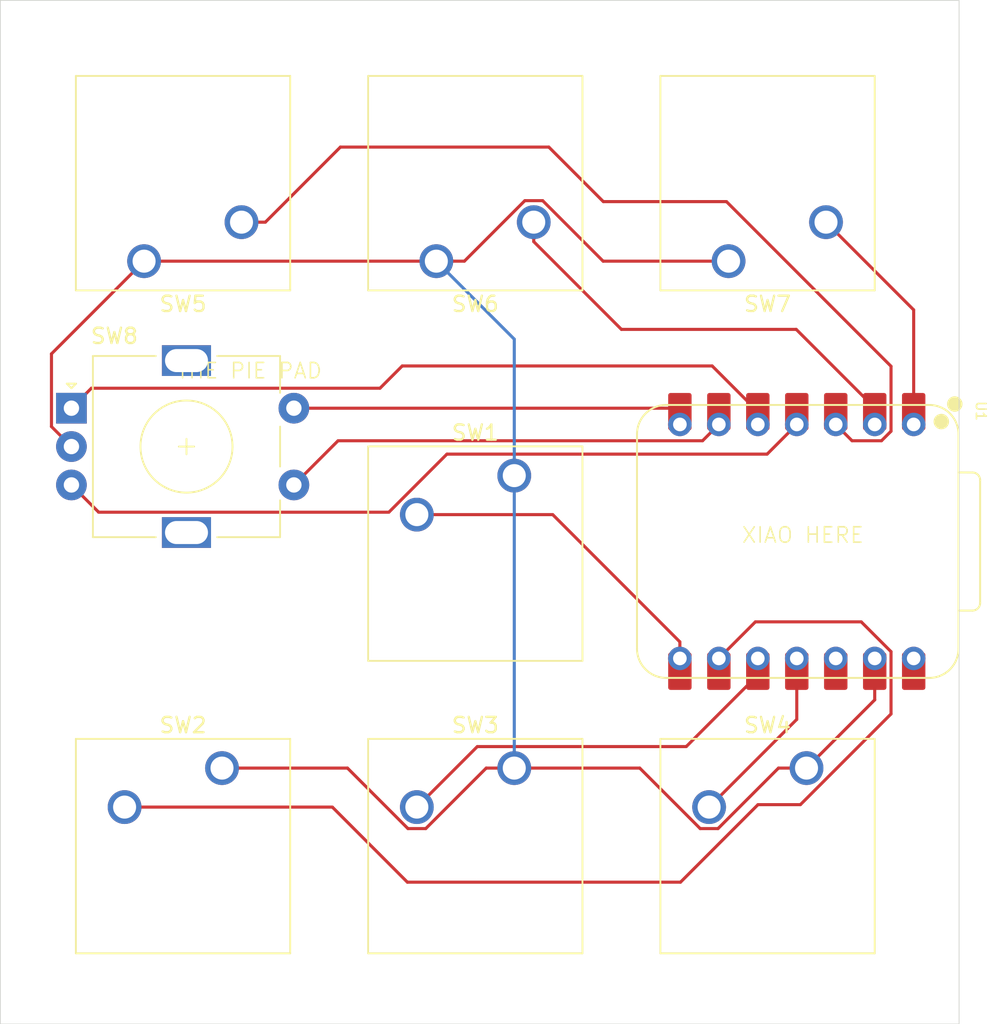
<source format=kicad_pcb>
(kicad_pcb (version 20241229) (generator "pcbnew") (generator_version "9.0")
  (layers (0 "F.Cu" signal) (2 "B.Cu" signal) (13 "F.Paste" user) (15 "B.Paste" user) (5 "F.SilkS" user "F.Silkscreen") (7 "B.SilkS" user "B.Silkscreen") (1 "F.Mask" user) (3 "B.Mask" user) (25 "Edge.Cuts" user))
  (net 0 "")
  (net 1 "+5V")
  (net 2 "GND")
  (net 3 "Net-(U1-GPIO1{slash}RX)")
  (net 4 "Net-(U1-GPIO2{slash}SCK)")
  (net 5 "Net-(U1-GPIO4{slash}MISO)")
  (net 6 "Net-(U1-GPIO3{slash}MOSI)")
  (net 7 "Net-(U1-GPIO29{slash}ADC3{slash}A3)")
  (net 8 "Net-(U1-GPIO7{slash}SCL)")
  (net 9 "Net-(U1-GPIO28{slash}ADC2{slash}A2)")
  (net 10 "Net-(U1-GPIO27{slash}ADC1{slash}A1)")
  (net 11 "Net-(U1-GPIO26{slash}ADC0{slash}A0)")
  (net 13 "Net-(U1-GPIO6{slash}SDA)")
  (net 14 "Net-(U1-GPIO0{slash}TX)")
  (footprint "Button_Switch_Keyboard:SW_Cherry_MX_1.00u_PCB" (layer "F.Cu") (at 114.14125 88.42375 180)
    (property "Reference" "SW5" (at -2.54 -2.794 0) (layer "F.SilkS"))
    (property "Value" "SW_Push")
    (fp_line (start 4.445 12.065) (end -9.525 12.065) (stroke (width 0.12)) (layer "F.SilkS"))
    (fp_line (start 4.445 -1.905) (end 4.445 12.065) (stroke (width 0.12)) (layer "F.SilkS"))
    (fp_line (start -9.525 12.065) (end -9.525 -1.905) (stroke (width 0.12)) (layer "F.SilkS"))
    (fp_line (start -9.525 -1.905) (end 4.445 -1.905) (stroke (width 0.12)) (layer "F.SilkS"))
    (pad "" np_thru_hole circle (at -7.62 5.08 180) (size 1.7 1.7) (drill 1.7) (layers "*.Cu" "*.Mask"))
    (pad "" np_thru_hole circle (at -2.54 5.08 180) (size 4 4) (drill 4) (layers "*.Cu" "*.Mask"))
    (pad "" np_thru_hole circle (at 2.54 5.08 180) (size 1.7 1.7) (drill 1.7) (layers "*.Cu" "*.Mask"))
    (pad "1" thru_hole circle (at 0 0 180) (size 2.2 2.2) (drill 1.5) (layers "*.Cu" "*.Mask") (net 2 "GND"))
    (pad "2" thru_hole circle (at -6.35 2.54 180) (size 2.2 2.2) (drill 1.5) (layers "*.Cu" "*.Mask") (net 9 "Net-(U1-GPIO28{slash}ADC2{slash}A2)"))
  )
  (footprint "OPL:XIAO-RP2040-DIP" (layer "F.Cu") (at 156.68625 106.68 -90)
    (property "Reference" "U1" (at -8.5 -12 270) (layer "F.SilkS") (effects (font (size 0.635 0.635) (thickness 0.1016))))
    (property "Value" "XIAO-RP2040-DIP")
    (fp_line (start -6.985 10.414) (end 6.985 10.414) (stroke (width 0.127)) (layer "F.SilkS"))
    (fp_line (start -8.89 8.509) (end -8.89 -8.636) (stroke (width 0.127)) (layer "F.SilkS"))
    (fp_line (start 8.89 8.509) (end 8.89 -8.636) (stroke (width 0.127)) (layer "F.SilkS"))
    (fp_line (start -4.495 -10.541) (end -4.491272 -11.451272) (stroke (width 0.127)) (layer "F.SilkS"))
    (fp_line (start 6.985 -10.541) (end -6.985 -10.541) (stroke (width 0.1)) (layer "F.SilkS"))
    (fp_line (start 6.985 -10.541) (end -6.985 -10.541) (stroke (width 0.127)) (layer "F.SilkS"))
    (fp_line (start 4.504 -11.451) (end 4.504 -10.541) (stroke (width 0.127)) (layer "F.SilkS"))
    (fp_line (start -3.991272 -11.951) (end 4.004 -11.951) (stroke (width 0.127)) (layer "F.SilkS"))
    (fp_arc (start -6.985 10.414) (mid -8.332038 9.856038) (end -8.89 8.509) (stroke (width 0.127)) (layer "F.SilkS"))
    (fp_arc (start 8.89 8.509) (mid 8.332038 9.856038) (end 6.985 10.414) (stroke (width 0.127)) (layer "F.SilkS"))
    (fp_arc (start -8.89 -8.636) (mid -8.332038 -9.983038) (end -6.985 -10.541) (stroke (width 0.127)) (layer "F.SilkS"))
    (fp_arc (start 6.985 -10.541) (mid 8.332038 -9.983038) (end 8.89 -8.636) (stroke (width 0.127)) (layer "F.SilkS"))
    (fp_arc (start -4.491272 -11.451272) (mid -4.344728 -11.80464) (end -3.991272 -11.951) (stroke (width 0.127)) (layer "F.SilkS"))
    (fp_arc (start 4.004 -11.951) (mid 4.357553 -11.804553) (end 4.504 -11.451) (stroke (width 0.127)) (layer "F.SilkS"))
    (fp_circle (center -7.807 -9.42) (end -7.807 -9.674) (stroke (width 0.5)) (fill yes) (layer "F.SilkS"))
    (fp_circle (center -8.95 -10.3) (end -8.95 -10.554) (stroke (width 0.5)) (fill yes) (layer "F.SilkS"))
    (pad "1" smd roundrect (at -8.455 -7.62 90) (size 2.432 1.524) (layers "F.Cu" "F.Mask") (roundrect_rratio 0.1) (net 11 "Net-(U1-GPIO26{slash}ADC0{slash}A0)"))
    (pad "1" thru_hole circle (at -7.62 -7.62 90) (size 1.524 1.524) (drill 0.889) (layers "*.Cu" "*.Mask") (net 11 "Net-(U1-GPIO26{slash}ADC0{slash}A0)"))
    (pad "2" smd roundrect (at -8.455 -5.08 90) (size 2.432 1.524) (layers "F.Cu" "F.Mask") (roundrect_rratio 0.1) (net 10 "Net-(U1-GPIO27{slash}ADC1{slash}A1)"))
    (pad "2" thru_hole circle (at -7.62 -5.08 90) (size 1.524 1.524) (drill 0.889) (layers "*.Cu" "*.Mask") (net 10 "Net-(U1-GPIO27{slash}ADC1{slash}A1)"))
    (pad "3" smd roundrect (at -8.455 -2.54 90) (size 2.432 1.524) (layers "F.Cu" "F.Mask") (roundrect_rratio 0.1) (net 9 "Net-(U1-GPIO28{slash}ADC2{slash}A2)"))
    (pad "3" thru_hole circle (at -7.62 -2.54 90) (size 1.524 1.524) (drill 0.889) (layers "*.Cu" "*.Mask") (net 9 "Net-(U1-GPIO28{slash}ADC2{slash}A2)"))
    (pad "4" smd roundrect (at -8.455 0 90) (size 2.432 1.524) (layers "F.Cu" "F.Mask") (roundrect_rratio 0.1) (net 7 "Net-(U1-GPIO29{slash}ADC3{slash}A3)"))
    (pad "4" thru_hole circle (at -7.62 0 90) (size 1.524 1.524) (drill 0.889) (layers "*.Cu" "*.Mask") (net 7 "Net-(U1-GPIO29{slash}ADC3{slash}A3)"))
    (pad "5" smd roundrect (at -8.455 2.54 90) (size 2.432 1.524) (layers "F.Cu" "F.Mask") (roundrect_rratio 0.1) (net 13 "Net-(U1-GPIO6{slash}SDA)"))
    (pad "5" thru_hole circle (at -7.62 2.54 90) (size 1.524 1.524) (drill 0.889) (layers "*.Cu" "*.Mask") (net 13 "Net-(U1-GPIO6{slash}SDA)"))
    (pad "6" smd roundrect (at -8.455 5.08 90) (size 2.432 1.524) (layers "F.Cu" "F.Mask") (roundrect_rratio 0.1) (net 8 "Net-(U1-GPIO7{slash}SCL)"))
    (pad "6" thru_hole circle (at -7.62 5.08 90) (size 1.524 1.524) (drill 0.889) (layers "*.Cu" "*.Mask") (net 8 "Net-(U1-GPIO7{slash}SCL)"))
    (pad "7" smd roundrect (at -8.455 7.62 90) (size 2.432 1.524) (layers "F.Cu" "F.Mask") (roundrect_rratio 0.1) (net 14 "Net-(U1-GPIO0{slash}TX)"))
    (pad "7" thru_hole circle (at -7.62 7.62 90) (size 1.524 1.524) (drill 0.889) (layers "*.Cu" "*.Mask") (net 14 "Net-(U1-GPIO0{slash}TX)"))
    (pad "8" thru_hole circle (at 7.62 7.62 270) (size 1.524 1.524) (drill 0.889) (layers "*.Cu" "*.Mask") (net 3 "Net-(U1-GPIO1{slash}RX)"))
    (pad "8" smd roundrect (at 8.455 7.62 270) (size 2.432 1.524) (layers "F.Cu" "F.Mask") (roundrect_rratio 0.1) (net 3 "Net-(U1-GPIO1{slash}RX)"))
    (pad "9" thru_hole circle (at 7.62 5.08 270) (size 1.524 1.524) (drill 0.889) (layers "*.Cu" "*.Mask") (net 4 "Net-(U1-GPIO2{slash}SCK)"))
    (pad "9" smd roundrect (at 8.455 5.08 270) (size 2.432 1.524) (layers "F.Cu" "F.Mask") (roundrect_rratio 0.1) (net 4 "Net-(U1-GPIO2{slash}SCK)"))
    (pad "10" thru_hole circle (at 7.62 2.54 270) (size 1.524 1.524) (drill 0.889) (layers "*.Cu" "*.Mask") (net 5 "Net-(U1-GPIO4{slash}MISO)"))
    (pad "10" smd roundrect (at 8.455 2.54 270) (size 2.432 1.524) (layers "F.Cu" "F.Mask") (roundrect_rratio 0.1) (net 5 "Net-(U1-GPIO4{slash}MISO)"))
    (pad "11" thru_hole circle (at 7.62 0 270) (size 1.524 1.524) (drill 0.889) (layers "*.Cu" "*.Mask") (net 6 "Net-(U1-GPIO3{slash}MOSI)"))
    (pad "11" smd roundrect (at 8.455 0 270) (size 2.432 1.524) (layers "F.Cu" "F.Mask") (roundrect_rratio 0.1) (net 6 "Net-(U1-GPIO3{slash}MOSI)"))
    (pad "12" thru_hole circle (at 7.62 -2.54 270) (size 1.524 1.524) (drill 0.889) (layers "*.Cu" "*.Mask"))
    (pad "12" smd roundrect (at 8.455 -2.54 270) (size 2.432 1.524) (layers "F.Cu" "F.Mask") (roundrect_rratio 0.1))
    (pad "13" thru_hole circle (at 7.62 -5.08 270) (size 1.524 1.524) (drill 0.889) (layers "*.Cu" "*.Mask") (net 2 "GND"))
    (pad "13" smd roundrect (at 8.455 -5.08 270) (size 2.432 1.524) (layers "F.Cu" "F.Mask") (roundrect_rratio 0.1) (net 2 "GND"))
    (pad "14" thru_hole circle (at 7.62 -7.62 270) (size 1.524 1.524) (drill 0.889) (layers "*.Cu" "*.Mask") (net 1 "+5V"))
    (pad "14" smd roundrect (at 8.455 -7.62 270) (size 2.432 1.524) (layers "F.Cu" "F.Mask") (roundrect_rratio 0.1) (net 1 "+5V"))
  )
  (footprint "Button_Switch_Keyboard:SW_Cherry_MX_1.00u_PCB" (layer "F.Cu") (at 138.27125 121.44375)
    (property "Reference" "SW3" (at -2.54 -2.794 0) (layer "F.SilkS"))
    (property "Value" "SW_Push")
    (fp_line (start -9.525 -1.905) (end 4.445 -1.905) (stroke (width 0.12)) (layer "F.SilkS"))
    (fp_line (start -9.525 12.065) (end -9.525 -1.905) (stroke (width 0.12)) (layer "F.SilkS"))
    (fp_line (start 4.445 -1.905) (end 4.445 12.065) (stroke (width 0.12)) (layer "F.SilkS"))
    (fp_line (start 4.445 12.065) (end -9.525 12.065) (stroke (width 0.12)) (layer "F.SilkS"))
    (pad "" np_thru_hole circle (at -7.62 5.08) (size 1.7 1.7) (drill 1.7) (layers "*.Cu" "*.Mask"))
    (pad "" np_thru_hole circle (at -2.54 5.08) (size 4 4) (drill 4) (layers "*.Cu" "*.Mask"))
    (pad "" np_thru_hole circle (at 2.54 5.08) (size 1.7 1.7) (drill 1.7) (layers "*.Cu" "*.Mask"))
    (pad "1" thru_hole circle (at 0 0) (size 2.2 2.2) (drill 1.5) (layers "*.Cu" "*.Mask") (net 2 "GND"))
    (pad "2" thru_hole circle (at -6.35 2.54) (size 2.2 2.2) (drill 1.5) (layers "*.Cu" "*.Mask") (net 5 "Net-(U1-GPIO4{slash}MISO)"))
  )
  (footprint "Button_Switch_Keyboard:SW_Cherry_MX_1.00u_PCB" (layer "F.Cu") (at 119.22125 121.44375)
    (property "Reference" "SW2" (at -2.54 -2.794 0) (layer "F.SilkS"))
    (property "Value" "SW_Push")
    (fp_line (start -9.525 -1.905) (end 4.445 -1.905) (stroke (width 0.12)) (layer "F.SilkS"))
    (fp_line (start -9.525 12.065) (end -9.525 -1.905) (stroke (width 0.12)) (layer "F.SilkS"))
    (fp_line (start 4.445 -1.905) (end 4.445 12.065) (stroke (width 0.12)) (layer "F.SilkS"))
    (fp_line (start 4.445 12.065) (end -9.525 12.065) (stroke (width 0.12)) (layer "F.SilkS"))
    (pad "" np_thru_hole circle (at -7.62 5.08) (size 1.7 1.7) (drill 1.7) (layers "*.Cu" "*.Mask"))
    (pad "" np_thru_hole circle (at -2.54 5.08) (size 4 4) (drill 4) (layers "*.Cu" "*.Mask"))
    (pad "" np_thru_hole circle (at 2.54 5.08) (size 1.7 1.7) (drill 1.7) (layers "*.Cu" "*.Mask"))
    (pad "1" thru_hole circle (at 0 0) (size 2.2 2.2) (drill 1.5) (layers "*.Cu" "*.Mask") (net 2 "GND"))
    (pad "2" thru_hole circle (at -6.35 2.54) (size 2.2 2.2) (drill 1.5) (layers "*.Cu" "*.Mask") (net 4 "Net-(U1-GPIO2{slash}SCK)"))
  )
  (footprint "Button_Switch_Keyboard:SW_Cherry_MX_1.00u_PCB" (layer "F.Cu") (at 157.32125 121.44375)
    (property "Reference" "SW4" (at -2.54 -2.794 0) (layer "F.SilkS"))
    (property "Value" "SW_Push")
    (fp_line (start -9.525 -1.905) (end 4.445 -1.905) (stroke (width 0.12)) (layer "F.SilkS"))
    (fp_line (start -9.525 12.065) (end -9.525 -1.905) (stroke (width 0.12)) (layer "F.SilkS"))
    (fp_line (start 4.445 -1.905) (end 4.445 12.065) (stroke (width 0.12)) (layer "F.SilkS"))
    (fp_line (start 4.445 12.065) (end -9.525 12.065) (stroke (width 0.12)) (layer "F.SilkS"))
    (pad "" np_thru_hole circle (at -7.62 5.08) (size 1.7 1.7) (drill 1.7) (layers "*.Cu" "*.Mask"))
    (pad "" np_thru_hole circle (at -2.54 5.08) (size 4 4) (drill 4) (layers "*.Cu" "*.Mask"))
    (pad "" np_thru_hole circle (at 2.54 5.08) (size 1.7 1.7) (drill 1.7) (layers "*.Cu" "*.Mask"))
    (pad "1" thru_hole circle (at 0 0) (size 2.2 2.2) (drill 1.5) (layers "*.Cu" "*.Mask") (net 2 "GND"))
    (pad "2" thru_hole circle (at -6.35 2.54) (size 2.2 2.2) (drill 1.5) (layers "*.Cu" "*.Mask") (net 6 "Net-(U1-GPIO3{slash}MOSI)"))
  )
  (footprint "Rotary_Encoder:RotaryEncoder_Alps_EC11E-Switch_Vertical_H20mm" (layer "F.Cu") (at 109.405902 98.000525)
    (property "Reference" "SW8" (at 2.8 -4.7 0) (layer "F.SilkS"))
    (property "Value" "RotaryEncoder_Switch")
    (fp_line (start -0.3 -1.6) (end 0.3 -1.6) (stroke (width 0.12)) (layer "F.SilkS"))
    (fp_line (start 0 -1.3) (end -0.3 -1.6) (stroke (width 0.12)) (layer "F.SilkS"))
    (fp_line (start 0.3 -1.6) (end 0 -1.3) (stroke (width 0.12)) (layer "F.SilkS"))
    (fp_line (start 1.4 -3.4) (end 1.4 8.4) (stroke (width 0.12)) (layer "F.SilkS"))
    (fp_line (start 5.5 -3.4) (end 1.4 -3.4) (stroke (width 0.12)) (layer "F.SilkS"))
    (fp_line (start 5.5 8.4) (end 1.4 8.4) (stroke (width 0.12)) (layer "F.SilkS"))
    (fp_line (start 7 2.5) (end 8 2.5) (stroke (width 0.12)) (layer "F.SilkS"))
    (fp_line (start 7.5 2) (end 7.5 3) (stroke (width 0.12)) (layer "F.SilkS"))
    (fp_line (start 9.5 -3.4) (end 13.6 -3.4) (stroke (width 0.12)) (layer "F.SilkS"))
    (fp_line (start 13.6 -3.4) (end 13.6 -1) (stroke (width 0.12)) (layer "F.SilkS"))
    (fp_line (start 13.6 1.2) (end 13.6 3.8) (stroke (width 0.12)) (layer "F.SilkS"))
    (fp_line (start 13.6 6) (end 13.6 8.4) (stroke (width 0.12)) (layer "F.SilkS"))
    (fp_line (start 13.6 8.4) (end 9.5 8.4) (stroke (width 0.12)) (layer "F.SilkS"))
    (fp_circle (center 7.5 2.5) (end 10.5 2.5) (stroke (width 0.12)) (fill no) (layer "F.SilkS"))
    (pad "A" thru_hole rect (at 0 0) (size 2 2) (drill 1) (layers "*.Cu" "*.Mask") (net 13 "Net-(U1-GPIO6{slash}SDA)"))
    (pad "B" thru_hole circle (at 0 5) (size 2 2) (drill 1) (layers "*.Cu" "*.Mask") (net 7 "Net-(U1-GPIO29{slash}ADC3{slash}A3)"))
    (pad "C" thru_hole circle (at 0 2.5) (size 2 2) (drill 1) (layers "*.Cu" "*.Mask") (net 2 "GND"))
    (pad "MP" thru_hole rect (at 7.5 -3.1) (size 3.2 2) (drill oval 2.8 1.5) (layers "*.Cu" "*.Mask"))
    (pad "MP" thru_hole rect (at 7.5 8.1) (size 3.2 2) (drill oval 2.8 1.5) (layers "*.Cu" "*.Mask"))
    (pad "S1" thru_hole circle (at 14.5 5) (size 2 2) (drill 1) (layers "*.Cu" "*.Mask") (net 8 "Net-(U1-GPIO7{slash}SCL)"))
    (pad "S2" thru_hole circle (at 14.5 0) (size 2 2) (drill 1) (layers "*.Cu" "*.Mask") (net 14 "Net-(U1-GPIO0{slash}TX)"))
  )
  (footprint "Button_Switch_Keyboard:SW_Cherry_MX_1.00u_PCB" (layer "F.Cu") (at 133.19125 88.42375 180)
    (property "Reference" "SW6" (at -2.54 -2.794 0) (layer "F.SilkS"))
    (property "Value" "SW_Push")
    (fp_line (start 4.445 12.065) (end -9.525 12.065) (stroke (width 0.12)) (layer "F.SilkS"))
    (fp_line (start 4.445 -1.905) (end 4.445 12.065) (stroke (width 0.12)) (layer "F.SilkS"))
    (fp_line (start -9.525 12.065) (end -9.525 -1.905) (stroke (width 0.12)) (layer "F.SilkS"))
    (fp_line (start -9.525 -1.905) (end 4.445 -1.905) (stroke (width 0.12)) (layer "F.SilkS"))
    (pad "" np_thru_hole circle (at -7.62 5.08 180) (size 1.7 1.7) (drill 1.7) (layers "*.Cu" "*.Mask"))
    (pad "" np_thru_hole circle (at -2.54 5.08 180) (size 4 4) (drill 4) (layers "*.Cu" "*.Mask"))
    (pad "" np_thru_hole circle (at 2.54 5.08 180) (size 1.7 1.7) (drill 1.7) (layers "*.Cu" "*.Mask"))
    (pad "1" thru_hole circle (at 0 0 180) (size 2.2 2.2) (drill 1.5) (layers "*.Cu" "*.Mask") (net 2 "GND"))
    (pad "2" thru_hole circle (at -6.35 2.54 180) (size 2.2 2.2) (drill 1.5) (layers "*.Cu" "*.Mask") (net 10 "Net-(U1-GPIO27{slash}ADC1{slash}A1)"))
  )
  (footprint "Button_Switch_Keyboard:SW_Cherry_MX_1.00u_PCB" (layer "F.Cu") (at 138.27125 102.39375)
    (property "Reference" "SW1" (at -2.54 -2.794 0) (layer "F.SilkS"))
    (property "Value" "SW_Push")
    (fp_line (start -9.525 -1.905) (end 4.445 -1.905) (stroke (width 0.12)) (layer "F.SilkS"))
    (fp_line (start -9.525 12.065) (end -9.525 -1.905) (stroke (width 0.12)) (layer "F.SilkS"))
    (fp_line (start 4.445 -1.905) (end 4.445 12.065) (stroke (width 0.12)) (layer "F.SilkS"))
    (fp_line (start 4.445 12.065) (end -9.525 12.065) (stroke (width 0.12)) (layer "F.SilkS"))
    (pad "" np_thru_hole circle (at -7.62 5.08) (size 1.7 1.7) (drill 1.7) (layers "*.Cu" "*.Mask"))
    (pad "" np_thru_hole circle (at -2.54 5.08) (size 4 4) (drill 4) (layers "*.Cu" "*.Mask"))
    (pad "" np_thru_hole circle (at 2.54 5.08) (size 1.7 1.7) (drill 1.7) (layers "*.Cu" "*.Mask"))
    (pad "1" thru_hole circle (at 0 0) (size 2.2 2.2) (drill 1.5) (layers "*.Cu" "*.Mask") (net 2 "GND"))
    (pad "2" thru_hole circle (at -6.35 2.54) (size 2.2 2.2) (drill 1.5) (layers "*.Cu" "*.Mask") (net 3 "Net-(U1-GPIO1{slash}RX)"))
  )
  (footprint "Button_Switch_Keyboard:SW_Cherry_MX_1.00u_PCB" (layer "F.Cu") (at 152.24125 88.42375 180)
    (property "Reference" "SW7" (at -2.54 -2.794 0) (layer "F.SilkS"))
    (property "Value" "SW_Push")
    (fp_line (start 4.445 12.065) (end -9.525 12.065) (stroke (width 0.12)) (layer "F.SilkS"))
    (fp_line (start 4.445 -1.905) (end 4.445 12.065) (stroke (width 0.12)) (layer "F.SilkS"))
    (fp_line (start -9.525 12.065) (end -9.525 -1.905) (stroke (width 0.12)) (layer "F.SilkS"))
    (fp_line (start -9.525 -1.905) (end 4.445 -1.905) (stroke (width 0.12)) (layer "F.SilkS"))
    (pad "" np_thru_hole circle (at -7.62 5.08 180) (size 1.7 1.7) (drill 1.7) (layers "*.Cu" "*.Mask"))
    (pad "" np_thru_hole circle (at -2.54 5.08 180) (size 4 4) (drill 4) (layers "*.Cu" "*.Mask"))
    (pad "" np_thru_hole circle (at 2.54 5.08 180) (size 1.7 1.7) (drill 1.7) (layers "*.Cu" "*.Mask"))
    (pad "1" thru_hole circle (at 0 0 180) (size 2.2 2.2) (drill 1.5) (layers "*.Cu" "*.Mask") (net 2 "GND"))
    (pad "2" thru_hole circle (at -6.35 2.54 180) (size 2.2 2.2) (drill 1.5) (layers "*.Cu" "*.Mask") (net 11 "Net-(U1-GPIO26{slash}ADC0{slash}A0)"))
  )
  (gr_rect (start 104.775 71.4375) (end 167.265423 138.1125) (stroke (width 0.05)) (fill no) (layer "Edge.Cuts"))
  (gr_text "THE PIE PAD" (at 116.204165 96.148455 0) (layer "F.SilkS") (effects (font (size 1 1) (thickness 0.1)) (justify left bottom)))
  (gr_text "XIAO HERE" (at 153.040896 106.852179 0) (layer "F.SilkS") (effects (font (size 1 1) (thickness 0.1)) (justify left bottom)))
  (segment (start 127.399936 121.44375) (end 131.340936 125.38475) (width 0.2) (layer "F.Cu") (net 2))
  (segment (start 161.76625 114.3) (end 161.76625 116.99875) (width 0.2) (layer "F.Cu") (net 2))
  (segment (start 150.390936 125.38475) (end 151.551564 125.38475) (width 0.2) (layer "F.Cu") (net 2))
  (segment (start 119.22125 121.285) (end 119.04475 121.1085) (width 0.2) (layer "F.Cu") (net 2))
  (segment (start 136.442564 121.44375) (end 138.27125 121.44375) (width 0.2) (layer "F.Cu") (net 2))
  (segment (start 109.405902 100.500525) (end 108.104902 99.199525) (width 0.2) (layer "F.Cu") (net 2))
  (segment (start 114.14125 88.42375) (end 133.19125 88.42375) (width 0.2) (layer "F.Cu") (net 2))
  (segment (start 133.19125 88.42375) (end 135.019936 88.42375) (width 0.2) (layer "F.Cu") (net 2))
  (segment (start 132.501564 125.38475) (end 136.442564 121.44375) (width 0.2) (layer "F.Cu") (net 2))
  (segment (start 138.960936 84.48275) (end 140.121564 84.48275) (width 0.2) (layer "F.Cu") (net 2))
  (segment (start 119.22125 121.44375) (end 119.22125 121.285) (width 0.2) (layer "F.Cu") (net 2))
  (segment (start 151.551564 125.38475) (end 155.492564 121.44375) (width 0.2) (layer "F.Cu") (net 2))
  (segment (start 140.121564 84.48275) (end 144.062564 88.42375) (width 0.2) (layer "F.Cu") (net 2))
  (segment (start 155.492564 121.44375) (end 157.32125 121.44375) (width 0.2) (layer "F.Cu") (net 2))
  (segment (start 146.449936 121.44375) (end 150.390936 125.38475) (width 0.2) (layer "F.Cu") (net 2))
  (segment (start 161.76625 116.99875) (end 157.32125 121.44375) (width 0.2) (layer "F.Cu") (net 2))
  (segment (start 108.104902 94.460098) (end 114.14125 88.42375) (width 0.2) (layer "F.Cu") (net 2))
  (segment (start 135.019936 88.42375) (end 138.960936 84.48275) (width 0.2) (layer "F.Cu") (net 2))
  (segment (start 119.22125 121.44375) (end 127.399936 121.44375) (width 0.2) (layer "F.Cu") (net 2))
  (segment (start 144.062564 88.42375) (end 152.24125 88.42375) (width 0.2) (layer "F.Cu") (net 2))
  (segment (start 108.104902 99.199525) (end 108.104902 94.460098) (width 0.2) (layer "F.Cu") (net 2))
  (segment (start 138.27125 121.44375) (end 146.449936 121.44375) (width 0.2) (layer "F.Cu") (net 2))
  (segment (start 131.340936 125.38475) (end 132.501564 125.38475) (width 0.2) (layer "F.Cu") (net 2))
  (segment (start 138.27125 93.50375) (end 138.27125 102.39375) (width 0.2) (layer "B.Cu") (net 2))
  (segment (start 138.27125 121.44375) (end 138.27125 102.39375) (width 0.2) (layer "B.Cu") (net 2))
  (segment (start 133.19125 88.42375) (end 138.27125 93.50375) (width 0.2) (layer "B.Cu") (net 2))
  (segment (start 149.06625 113.22237) (end 140.77763 104.93375) (width 0.2) (layer "F.Cu") (net 3))
  (segment (start 149.06625 114.3) (end 149.06625 113.22237) (width 0.2) (layer "F.Cu") (net 3))
  (segment (start 140.77763 104.93375) (end 131.92125 104.93375) (width 0.2) (layer "F.Cu") (net 3))
  (segment (start 162.82925 113.85969) (end 160.88831 111.91875) (width 0.2) (layer "F.Cu") (net 4))
  (segment (start 162.82925 117.917064) (end 162.82925 113.85969) (width 0.2) (layer "F.Cu") (net 4))
  (segment (start 154.155184 123.825) (end 156.921314 123.825) (width 0.2) (layer "F.Cu") (net 4))
  (segment (start 126.41278 123.98375) (end 131.30378 128.87475) (width 0.2) (layer "F.Cu") (net 4))
  (segment (start 131.30378 128.87475) (end 149.105434 128.87475) (width 0.2) (layer "F.Cu") (net 4))
  (segment (start 149.105434 128.87475) (end 154.155184 123.825) (width 0.2) (layer "F.Cu") (net 4))
  (segment (start 156.921314 123.825) (end 162.82925 117.917064) (width 0.2) (layer "F.Cu") (net 4))
  (segment (start 153.9875 111.91875) (end 151.60625 114.3) (width 0.2) (layer "F.Cu") (net 4))
  (segment (start 160.88831 111.91875) (end 153.9875 111.91875) (width 0.2) (layer "F.Cu") (net 4))
  (segment (start 112.87125 123.98375) (end 126.41278 123.98375) (width 0.2) (layer "F.Cu") (net 4))
  (segment (start 154.14625 114.3) (end 154.14625 115.37763) (width 0.2) (layer "F.Cu") (net 5))
  (segment (start 149.48113 120.04275) (end 135.86225 120.04275) (width 0.2) (layer "F.Cu") (net 5))
  (segment (start 154.14625 115.37763) (end 149.48113 120.04275) (width 0.2) (layer "F.Cu") (net 5))
  (segment (start 135.86225 120.04275) (end 131.92125 123.98375) (width 0.2) (layer "F.Cu") (net 5))
  (segment (start 150.97125 123.98375) (end 156.68625 118.26875) (width 0.2) (layer "F.Cu") (net 6))
  (segment (start 156.68625 118.26875) (end 156.68625 114.3) (width 0.2) (layer "F.Cu") (net 6))
  (segment (start 130.098686 104.775) (end 133.880936 100.99275) (width 0.2) (layer "F.Cu") (net 7))
  (segment (start 133.880936 100.99275) (end 154.7535 100.99275) (width 0.2) (layer "F.Cu") (net 7))
  (segment (start 154.7535 100.99275) (end 156.68625 99.06) (width 0.2) (layer "F.Cu") (net 7))
  (segment (start 109.405902 103.000525) (end 111.180377 104.775) (width 0.2) (layer "F.Cu") (net 7))
  (segment (start 111.180377 104.775) (end 130.098686 104.775) (width 0.2) (layer "F.Cu") (net 7))
  (segment (start 126.783427 100.123) (end 150.54325 100.123) (width 0.2) (layer "F.Cu") (net 8))
  (segment (start 123.905902 103.000525) (end 126.783427 100.123) (width 0.2) (layer "F.Cu") (net 8))
  (segment (start 150.54325 100.123) (end 151.60625 99.06) (width 0.2) (layer "F.Cu") (net 8))
  (segment (start 162.20656 100.123) (end 162.82925 99.50031) (width 0.2) (layer "F.Cu") (net 9))
  (segment (start 160.28925 100.123) (end 162.20656 100.123) (width 0.2) (layer "F.Cu") (net 9))
  (segment (start 140.524 80.99275) (end 126.937884 80.99275) (width 0.2) (layer "F.Cu") (net 9))
  (segment (start 159.22625 99.06) (end 160.28925 100.123) (width 0.2) (layer "F.Cu") (net 9))
  (segment (start 162.82925 95.27075) (end 152.10325 84.54475) (width 0.2) (layer "F.Cu") (net 9))
  (segment (start 144.076 84.54475) (end 140.524 80.99275) (width 0.2) (layer "F.Cu") (net 9))
  (segment (start 159.22625 99.06) (end 159.22625 97.98237) (width 0.2) (layer "F.Cu") (net 9))
  (segment (start 122.046884 85.88375) (end 120.49125 85.88375) (width 0.2) (layer "F.Cu") (net 9))
  (segment (start 126.937884 80.99275) (end 122.046884 85.88375) (width 0.2) (layer "F.Cu") (net 9))
  (segment (start 152.10325 84.54475) (end 144.076 84.54475) (width 0.2) (layer "F.Cu") (net 9))
  (segment (start 162.82925 99.50031) (end 162.82925 95.27075) (width 0.2) (layer "F.Cu") (net 9))
  (segment (start 161.76625 99.06) (end 161.76625 97.98237) (width 0.2) (layer "F.Cu") (net 10))
  (segment (start 161.76625 97.98237) (end 156.65263 92.86875) (width 0.2) (layer "F.Cu") (net 10))
  (segment (start 139.54125 87.15375) (end 139.54125 85.88375) (width 0.2) (layer "F.Cu") (net 10))
  (segment (start 156.65263 92.86875) (end 145.25625 92.86875) (width 0.2) (layer "F.Cu") (net 10))
  (segment (start 145.25625 92.86875) (end 139.54125 87.15375) (width 0.2) (layer "F.Cu") (net 10))
  (segment (start 164.30625 99.06) (end 164.30625 91.59875) (width 0.2) (layer "F.Cu") (net 11))
  (segment (start 164.30625 91.59875) (end 158.59125 85.88375) (width 0.2) (layer "F.Cu") (net 11))
  (segment (start 154.14625 99.06) (end 154.14625 97.98237) (width 0.2) (layer "F.Cu") (net 13))
  (segment (start 151.17125 95.25) (end 154.14625 98.225) (width 0.2) (layer "F.Cu") (net 13))
  (segment (start 129.519225 96.699525) (end 130.96875 95.25) (width 0.2) (layer "F.Cu") (net 13))
  (segment (start 110.706902 96.699525) (end 129.519225 96.699525) (width 0.2) (layer "F.Cu") (net 13))
  (segment (start 109.405902 98.000525) (end 110.706902 96.699525) (width 0.2) (layer "F.Cu") (net 13))
  (segment (start 130.96875 95.25) (end 151.17125 95.25) (width 0.2) (layer "F.Cu") (net 13))
  (segment (start 123.905902 98.000525) (end 148.841775 98.000525) (width 0.2) (layer "F.Cu") (net 14))
  (segment (start 148.841775 98.000525) (end 149.06625 98.225) (width 0.2) (layer "F.Cu") (net 14))
)
</source>
